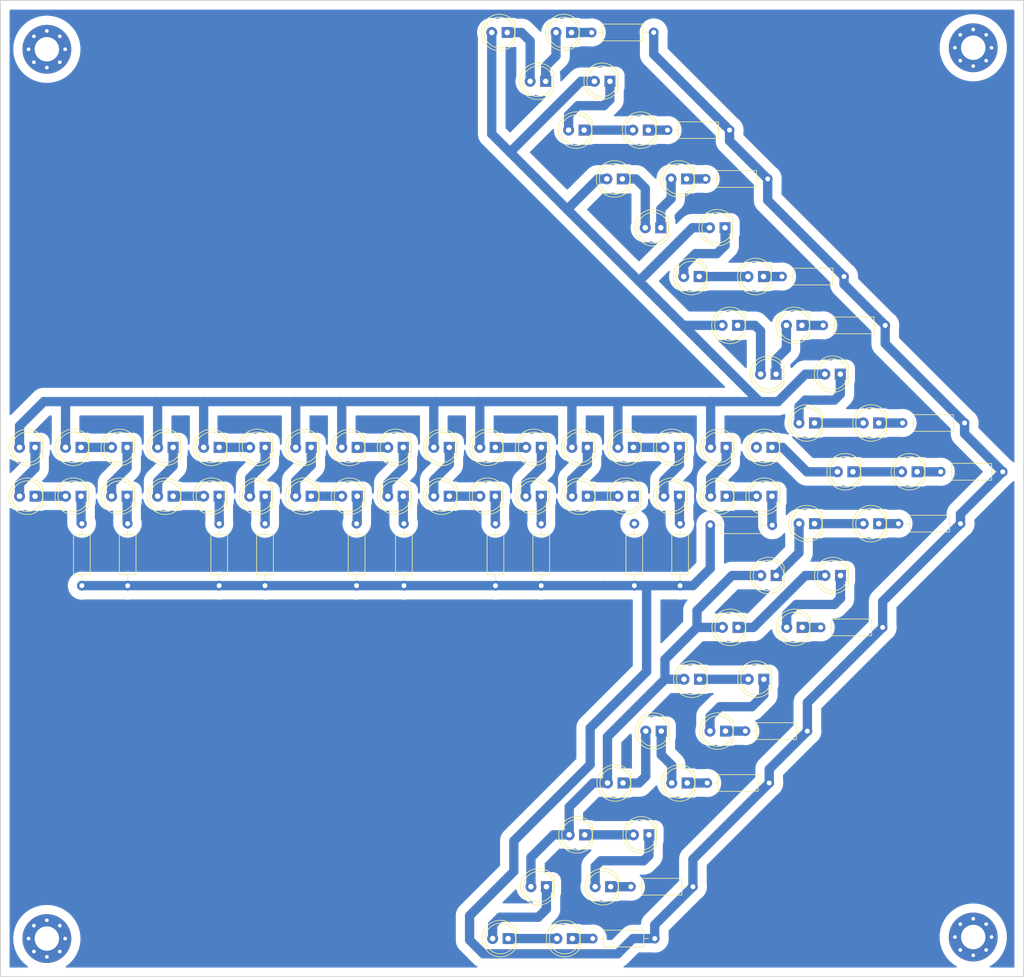
<source format=kicad_pcb>
(kicad_pcb (version 20211014) (generator pcbnew)
  (layers (0 "F.Cu" signal) (31 "B.Cu" signal) (34 "B.Paste" user) (35 "F.Paste" user) (36 "B.SilkS" user "B.Silkscreen") (37 "F.SilkS" user "F.Silkscreen") (38 "B.Mask" user) (39 "F.Mask" user) (44 "Edge.Cuts" user))
  (net 0 "")
  (footprint "LED_THT:LED_D5.0mm" (layer "F.Cu") (at 381.33 117.25 180)
    (fp_text reference "REF**" hide)
    (fp_text value "LED_D5.0mm" hide)
  )
  (footprint "LED_THT:LED_D5.0mm" (layer "F.Cu") (at 434.86 97.25 180)
    (fp_text reference "REF**" hide)
    (fp_text value "LED_D5.0mm" hide)
  )
  (footprint "Resistor_THT:R_Axial_DIN0207_L6.3mm_D2.5mm_P10.16mm_Horizontal" (layer "F.Cu") (at 351.14 131.91 90)
    (fp_text reference "REF**" hide)
    (fp_text value "R_Axial_DIN0207_L6.3mm_D2.5mm_P10.16mm_Horizontal" hide)
  )
  (footprint "LED_THT:LED_D5.0mm" (layer "F.Cu") (at 426.68 109.25 180)
    (fp_text reference "REF**" hide)
    (fp_text value "LED_D5.0mm" hide)
  )
  (footprint "LED_THT:LED_D5.0mm" (layer "F.Cu") (at 396.41 117.25 180)
    (fp_text reference "REF**" hide)
    (fp_text value "LED_D5.0mm" hide)
  )
  (footprint "LED_THT:LED_D5.0mm" (layer "F.Cu") (at 321.01 117.25 180)
    (fp_text reference "REF**" hide)
    (fp_text value "LED_D5.0mm" hide)
  )
  (footprint "LED_THT:LED_D5.0mm" (layer "F.Cu") (at 366.25 117.25 180)
    (fp_text reference "REF**" hide)
    (fp_text value "LED_D5.0mm" hide)
  )
  (footprint "LED_THT:LED_D5.0mm" (layer "F.Cu") (at 403.95 109.25 180)
    (fp_text reference "REF**" hide)
    (fp_text value "LED_D5.0mm" hide)
  )
  (footprint "Resistor_THT:R_Axial_DIN0207_L6.3mm_D2.5mm_P10.16mm_Horizontal" (layer "F.Cu") (at 419.14 131.91 90)
    (fp_text reference "REF**" hide)
    (fp_text value "R_Axial_DIN0207_L6.3mm_D2.5mm_P10.16mm_Horizontal" hide)
  )
  (footprint "LED_THT:LED_D5.0mm" (layer "F.Cu") (at 407.64 49.25 180)
    (fp_text reference "REF**" hide)
    (fp_text value "LED_D5.0mm" hide)
  )
  (footprint "LED_THT:LED_D5.0mm" (layer "F.Cu") (at 373.79 117.25 180)
    (fp_text reference "REF**" hide)
    (fp_text value "LED_D5.0mm" hide)
  )
  (footprint "LED_THT:LED_D5.0mm" (layer "F.Cu") (at 388.87 109.25 180)
    (fp_text reference "REF**" hide)
    (fp_text value "LED_D5.0mm" hide)
  )
  (footprint "LED_THT:LED_D5.0mm" (layer "F.Cu") (at 428.615 138.75 180)
    (fp_text reference "REF**" hide)
    (fp_text value "LED_D5.0mm" hide)
  )
  (footprint "Resistor_THT:R_Axial_DIN0207_L6.3mm_D2.5mm_P10.16mm_Horizontal" (layer "F.Cu") (at 421.235 181.25 180)
    (fp_text reference "REF**" hide)
    (fp_text value "R_Axial_DIN0207_L6.3mm_D2.5mm_P10.16mm_Horizontal" hide)
  )
  (footprint "LED_THT:LED_D5.0mm" (layer "F.Cu") (at 366.25 109.25 180)
    (fp_text reference "REF**" hide)
    (fp_text value "LED_D5.0mm" hide)
  )
  (footprint "Resistor_THT:R_Axial_DIN0207_L6.3mm_D2.5mm_P10.16mm_Horizontal" (layer "F.Cu") (at 452.315 138.75 180)
    (fp_text reference "REF**" hide)
    (fp_text value "R_Axial_DIN0207_L6.3mm_D2.5mm_P10.16mm_Horizontal" hide)
  )
  (footprint "LED_THT:LED_D5.0mm" (layer "F.Cu") (at 422.27 81.25 180)
    (fp_text reference "REF**" hide)
    (fp_text value "LED_D5.0mm" hide)
  )
  (footprint "LED_THT:LED_D5.0mm" (layer "F.Cu") (at 441.155 105.25 180)
    (fp_text reference "REF**" hide)
    (fp_text value "LED_D5.0mm" hide)
  )
  (footprint "LED_THT:LED_D5.0mm" (layer "F.Cu") (at 426.575 155.75 180)
    (fp_text reference "REF**" hide)
    (fp_text value "LED_D5.0mm" hide)
  )
  (footprint "LED_THT:LED_D5.0mm" (layer "F.Cu") (at 409.68 65.25 180)
    (fp_text reference "REF**" hide)
    (fp_text value "LED_D5.0mm" hide)
  )
  (footprint "LED_THT:LED_D5.0mm" (layer "F.Cu") (at 390.97 189.75 180)
    (fp_text reference "REF**" hide)
    (fp_text value "LED_D5.0mm" hide)
  )
  (footprint "LED_THT:LED_D5.0mm" (layer "F.Cu") (at 407.765 181.25 180)
    (fp_text reference "REF**" hide)
    (fp_text value "LED_D5.0mm" hide)
  )
  (footprint "LED_THT:LED_D5.0mm" (layer "F.Cu") (at 432.795 81.25 180)
    (fp_text reference "REF**" hide)
    (fp_text value "LED_D5.0mm" hide)
  )
  (footprint "LED_THT:LED_D5.0mm" (layer "F.Cu") (at 411.49 109.25 180)
    (fp_text reference "REF**" hide)
    (fp_text value "LED_D5.0mm" hide)
  )
  (footprint "LED_THT:LED_D5.0mm" (layer "F.Cu") (at 343.63 109.25 180)
    (fp_text reference "REF**" hide)
    (fp_text value "LED_D5.0mm" hide)
  )
  (footprint "LED_THT:LED_D5.0mm" (layer "F.Cu") (at 420.205 65.25 180)
    (fp_text reference "REF**" hide)
    (fp_text value "LED_D5.0mm" hide)
  )
  (footprint "LED_THT:LED_D5.0mm" (layer "F.Cu") (at 397.24 181.25 180)
    (fp_text reference "REF**" hide)
    (fp_text value "LED_D5.0mm" hide)
  )
  (footprint "LED_THT:LED_D5.0mm" (layer "F.Cu") (at 388.87 117.25 180)
    (fp_text reference "REF**" hide)
    (fp_text value "LED_D5.0mm" hide)
  )
  (footprint "LED_THT:LED_D5.0mm" (layer "F.Cu") (at 432.845 147.25 180)
    (fp_text reference "REF**" hide)
    (fp_text value "LED_D5.0mm" hide)
  )
  (footprint "LED_THT:LED_D5.0mm" (layer "F.Cu") (at 428.565 89.25 180)
    (fp_text reference "REF**" hide)
    (fp_text value "LED_D5.0mm" hide)
  )
  (footprint "LED_THT:LED_D5.0mm" (layer "F.Cu") (at 328.55 117.25 180)
    (fp_text reference "REF**" hide)
    (fp_text value "LED_D5.0mm" hide)
  )
  (footprint "LED_THT:LED_D5.0mm" (layer "F.Cu") (at 439.09 89.25 180)
    (fp_text reference "REF**" hide)
    (fp_text value "LED_D5.0mm" hide)
  )
  (footprint "LED_THT:LED_D5.0mm" (layer "F.Cu") (at 434.18 109.25 180)
    (fp_text reference "REF**" hide)
    (fp_text value "LED_D5.0mm" hide)
  )
  (footprint "LED_THT:LED_D5.0mm" (layer "F.Cu") (at 434.885 130.25 180)
    (fp_text reference "REF**" hide)
    (fp_text value "LED_D5.0mm" hide)
  )
  (footprint "LED_THT:LED_D5.0mm" (layer "F.Cu") (at 451.68 105.25 180)
    (fp_text reference "REF**" hide)
    (fp_text value "LED_D5.0mm" hide)
  )
  (footprint "LED_THT:LED_D5.0mm" (layer "F.Cu") (at 381.33 109.25 180)
    (fp_text reference "REF**" hide)
    (fp_text value "LED_D5.0mm" hide)
  )
  (footprint "LED_THT:LED_D5.0mm" (layer "F.Cu") (at 416.05 155.75 180)
    (fp_text reference "REF**" hide)
    (fp_text value "LED_D5.0mm" hide)
  )
  (footprint "LED_THT:LED_D5.0mm" (layer "F.Cu") (at 397.115 49.25 180)
    (fp_text reference "REF**" hide)
    (fp_text value "LED_D5.0mm" hide)
  )
  (footprint "LED_THT:LED_D5.0mm" (layer "F.Cu") (at 434.18 117.25 180)
    (fp_text reference "REF**" hide)
    (fp_text value "LED_D5.0mm" hide)
  )
  (footprint "LED_THT:LED_D5.0mm" (layer "F.Cu") (at 403.41 57.25 180)
    (fp_text reference "REF**" hide)
    (fp_text value "LED_D5.0mm" hide)
  )
  (footprint "Resistor_THT:R_Axial_DIN0207_L6.3mm_D2.5mm_P10.16mm_Horizontal" (layer "F.Cu") (at 435.825 81.25)
    (fp_text reference "REF**" hide)
    (fp_text value "R_Axial_DIN0207_L6.3mm_D2.5mm_P10.16mm_Horizontal" hide)
  )
  (footprint "MountingHole:MountingHole_4mm_Pad_Via" (layer "F.Cu") (at 467.155 189.5)
    (fp_text reference "REF**" hide)
    (fp_text value "MountingHole_4mm_Pad_Via" hide)
  )
  (footprint "MountingHole:MountingHole_4mm_Pad_Via" (layer "F.Cu") (at 315.405 44)
    (fp_text reference "REF**" hide)
    (fp_text value "MountingHole_4mm_Pad_Via" hide)
  )
  (footprint "Resistor_THT:R_Axial_DIN0207_L6.3mm_D2.5mm_P10.16mm_Horizontal" (layer "F.Cu") (at 321.14 131.91 90)
    (fp_text reference "REF**" hide)
    (fp_text value "R_Axial_DIN0207_L6.3mm_D2.5mm_P10.16mm_Horizontal" hide)
  )
  (footprint "LED_THT:LED_D5.0mm" (layer "F.Cu") (at 415.975 73.25 180)
    (fp_text reference "REF**" hide)
    (fp_text value "LED_D5.0mm" hide)
  )
  (footprint "Resistor_THT:R_Axial_DIN0207_L6.3mm_D2.5mm_P10.16mm_Horizontal" (layer "F.Cu") (at 423.325 65.25)
    (fp_text reference "REF**" hide)
    (fp_text value "R_Axial_DIN0207_L6.3mm_D2.5mm_P10.16mm_Horizontal" hide)
  )
  (footprint "LED_THT:LED_D5.0mm" (layer "F.Cu") (at 426.5 73.25 180)
    (fp_text reference "REF**" hide)
    (fp_text value "LED_D5.0mm" hide)
  )
  (footprint "LED_THT:LED_D5.0mm" (layer "F.Cu") (at 313.47 117.25 180)
    (fp_text reference "REF**" hide)
    (fp_text value "LED_D5.0mm" hide)
  )
  (footprint "MountingHole:MountingHole_4mm_Pad_Via" (layer "F.Cu") (at 467.155 43.75)
    (fp_text reference "REF**" hide)
    (fp_text value "MountingHole_4mm_Pad_Via" hide)
  )
  (footprint "Resistor_THT:R_Axial_DIN0207_L6.3mm_D2.5mm_P10.16mm_Horizontal" (layer "F.Cu") (at 396.39 131.91 90)
    (fp_text reference "REF**" hide)
    (fp_text value "R_Axial_DIN0207_L6.3mm_D2.5mm_P10.16mm_Horizontal" hide)
  )
  (footprint "LED_THT:LED_D5.0mm" (layer "F.Cu") (at 401.345 41.25 180)
    (fp_text reference "REF**" hide)
    (fp_text value "LED_D5.0mm" hide)
  )
  (footprint "LED_THT:LED_D5.0mm" (layer "F.Cu") (at 351.17 109.25 180)
    (fp_text reference "REF**" hide)
    (fp_text value "LED_D5.0mm" hide)
  )
  (footprint "LED_THT:LED_D5.0mm" (layer "F.Cu") (at 413.935 57.25 180)
    (fp_text reference "REF**" hide)
    (fp_text value "LED_D5.0mm" hide)
  )
  (footprint "LED_THT:LED_D5.0mm" (layer "F.Cu") (at 419.03 117.25 180)
    (fp_text reference "REF**" hide)
    (fp_text value "LED_D5.0mm" hide)
  )
  (footprint "Resistor_THT:R_Axial_DIN0207_L6.3mm_D2.5mm_P10.16mm_Horizontal" (layer "F.Cu") (at 328.64 131.91 90)
    (fp_text reference "REF**" hide)
    (fp_text value "R_Axial_DIN0207_L6.3mm_D2.5mm_P10.16mm_Horizontal" hide)
  )
  (footprint "Resistor_THT:R_Axial_DIN0207_L6.3mm_D2.5mm_P10.16mm_Horizontal" (layer "F.Cu") (at 414.985 189.75 180)
    (fp_text reference "REF**" hide)
    (fp_text value "R_Axial_DIN0207_L6.3mm_D2.5mm_P10.16mm_Horizontal" hide)
  )
  (footprint "LED_THT:LED_D5.0mm" (layer "F.Cu") (at 414.035 172.75 180)
    (fp_text reference "REF**" hide)
    (fp_text value "LED_D5.0mm" hide)
  )
  (footprint "Resistor_THT:R_Axial_DIN0207_L6.3mm_D2.5mm_P10.16mm_Horizontal" (layer "F.Cu") (at 465.065 121.75 180)
    (fp_text reference "REF**" hide)
    (fp_text value "R_Axial_DIN0207_L6.3mm_D2.5mm_P10.16mm_Horizontal" hide)
  )
  (footprint "LED_THT:LED_D5.0mm" (layer "F.Cu") (at 351.17 117.25 180)
    (fp_text reference "REF**" hide)
    (fp_text value "LED_D5.0mm" hide)
  )
  (footprint "Resistor_THT:R_Axial_DIN0207_L6.3mm_D2.5mm_P10.16mm_Horizontal" (layer "F.Cu") (at 404.655 41.25)
    (fp_text reference "REF**" hide)
    (fp_text value "R_Axial_DIN0207_L6.3mm_D2.5mm_P10.16mm_Horizontal" hide)
  )
  (footprint "Resistor_THT:R_Axial_DIN0207_L6.3mm_D2.5mm_P10.16mm_Horizontal" (layer "F.Cu") (at 373.89 131.91 90)
    (fp_text reference "REF**" hide)
    (fp_text value "R_Axial_DIN0207_L6.3mm_D2.5mm_P10.16mm_Horizontal" hide)
  )
  (footprint "LED_THT:LED_D5.0mm" (layer "F.Cu") (at 445.385 97.25 180)
    (fp_text reference "REF**" hide)
    (fp_text value "LED_D5.0mm" hide)
  )
  (footprint "LED_THT:LED_D5.0mm" (layer "F.Cu") (at 419.03 109.25 180)
    (fp_text reference "REF**" hide)
    (fp_text value "LED_D5.0mm" hide)
  )
  (footprint "LED_THT:LED_D5.0mm" (layer "F.Cu") (at 426.68 117.25 180)
    (fp_text reference "REF**" hide)
    (fp_text value "LED_D5.0mm" hide)
  )
  (footprint "LED_THT:LED_D5.0mm" (layer "F.Cu") (at 403.51 172.75 180)
    (fp_text reference "REF**" hide)
    (fp_text value "LED_D5.0mm" hide)
  )
  (footprint "LED_THT:LED_D5.0mm" (layer "F.Cu") (at 358.71 109.25 180)
    (fp_text reference "REF**" hide)
    (fp_text value "LED_D5.0mm" hide)
  )
  (footprint "Resistor_THT:R_Axial_DIN0207_L6.3mm_D2.5mm_P10.16mm_Horizontal" (layer "F.Cu") (at 442.575 89.25)
    (fp_text reference "REF**" hide)
    (fp_text value "R_Axial_DIN0207_L6.3mm_D2.5mm_P10.16mm_Horizontal" hide)
  )
  (footprint "LED_THT:LED_D5.0mm" (layer "F.Cu") (at 409.78 164.25 180)
    (fp_text reference "REF**" hide)
    (fp_text value "LED_D5.0mm" hide)
  )
  (footprint "LED_THT:LED_D5.0mm" (layer "F.Cu") (at 411.49 117.25 180)
    (fp_text reference "REF**" hide)
    (fp_text value "LED_D5.0mm" hide)
  )
  (footprint "Resistor_THT:R_Axial_DIN0207_L6.3mm_D2.5mm_P10.16mm_Horizontal" (layer "F.Cu") (at 424.075 122)
    (fp_text reference "REF**" hide)
    (fp_text value "R_Axial_DIN0207_L6.3mm_D2.5mm_P10.16mm_Horizontal" hide)
  )
  (footprint "LED_THT:LED_D5.0mm" (layer "F.Cu") (at 343.63 117.25 180)
    (fp_text reference "REF**" hide)
    (fp_text value "LED_D5.0mm" hide)
  )
  (footprint "LED_THT:LED_D5.0mm" (layer "F.Cu") (at 451.68 121.75 180)
    (fp_text reference "REF**" hide)
    (fp_text value "LED_D5.0mm" hide)
  )
  (footprint "LED_THT:LED_D5.0mm" (layer "F.Cu") (at 403.95 117.25 180)
    (fp_text reference "REF**" hide)
    (fp_text value "LED_D5.0mm" hide)
  )
  (footprint "Resistor_THT:R_Axial_DIN0207_L6.3mm_D2.5mm_P10.16mm_Horizontal" (layer "F.Cu") (at 366.14 131.91 90)
    (fp_text reference "REF**" hide)
    (fp_text value "R_Axial_DIN0207_L6.3mm_D2.5mm_P10.16mm_Horizontal" hide)
  )
  (footprint "LED_THT:LED_D5.0mm" (layer "F.Cu") (at 401.495 189.75 180)
    (fp_text reference "REF**" hide)
    (fp_text value "LED_D5.0mm" hide)
  )
  (footprint "LED_THT:LED_D5.0mm" (layer "F.Cu") (at 390.82 41.25 180)
    (fp_text reference "REF**" hide)
    (fp_text value "LED_D5.0mm" hide)
  )
  (footprint "LED_THT:LED_D5.0mm" (layer "F.Cu") (at 396.41 109.25 180)
    (fp_text reference "REF**" hide)
    (fp_text value "LED_D5.0mm" hide)
  )
  (footprint "Resistor_THT:R_Axial_DIN0207_L6.3mm_D2.5mm_P10.16mm_Horizontal" (layer "F.Cu") (at 417.075 57.25)
    (fp_text reference "REF**" hide)
    (fp_text value "R_Axial_DIN0207_L6.3mm_D2.5mm_P10.16mm_Horizontal" hide)
  )
  (footprint "LED_THT:LED_D5.0mm" (layer "F.Cu") (at 321.01 109.25 180)
    (fp_text reference "REF**" hide)
    (fp_text value "LED_D5.0mm" hide)
  )
  (footprint "Resistor_THT:R_Axial_DIN0207_L6.3mm_D2.5mm_P10.16mm_Horizontal" (layer "F.Cu") (at 439.985 155.75 180)
    (fp_text reference "REF**" hide)
    (fp_text value "R_Axial_DIN0207_L6.3mm_D2.5mm_P10.16mm_Horizontal" hide)
  )
  (footprint "LED_THT:LED_D5.0mm" (layer "F.Cu") (at 422.32 147.25 180)
    (fp_text reference "REF**" hide)
    (fp_text value "LED_D5.0mm" hide)
  )
  (footprint "LED_THT:LED_D5.0mm" (layer "F.Cu") (at 420.305 164.25 180)
    (fp_text reference "REF**" hide)
    (fp_text value "LED_D5.0mm" hide)
  )
  (footprint "LED_THT:LED_D5.0mm" (layer "F.Cu") (at 313.47 109.25 180)
    (fp_text reference "REF**" hide)
    (fp_text value "LED_D5.0mm" hide)
  )
  (footprint "LED_THT:LED_D5.0mm" (layer "F.Cu") (at 447.445 113.25 180)
    (fp_text reference "REF**" hide)
    (fp_text value "LED_D5.0mm" hide)
  )
  (footprint "LED_THT:LED_D5.0mm" (layer "F.Cu") (at 457.97 113.25 180)
    (fp_text reference "REF**" hide)
    (fp_text value "LED_D5.0mm" hide)
  )
  (footprint "LED_THT:LED_D5.0mm" (layer "F.Cu") (at 336.09 117.25 180)
    (fp_text reference "REF**" hide)
    (fp_text value "LED_D5.0mm" hide)
  )
  (footprint "LED_THT:LED_D5.0mm" (layer "F.Cu") (at 439.14 138.75 180)
    (fp_text reference "REF**" hide)
    (fp_text value "LED_D5.0mm" hide)
  )
  (footprint "Resistor_THT:R_Axial_DIN0207_L6.3mm_D2.5mm_P10.16mm_Horizontal" (layer "F.Cu") (at 455.575 105.25)
    (fp_text reference "REF**" hide)
    (fp_text value "R_Axial_DIN0207_L6.3mm_D2.5mm_P10.16mm_Horizontal" hide)
  )
  (footprint "Resistor_THT:R_Axial_DIN0207_L6.3mm_D2.5mm_P10.16mm_Horizontal" (layer "F.Cu") (at 461.825 113.25)
    (fp_text reference "REF**" hide)
    (fp_text value "R_Axial_DIN0207_L6.3mm_D2.5mm_P10.16mm_Horizontal" hide)
  )
  (footprint "MountingHole:MountingHole_4mm_Pad_Via" (layer "F.Cu") (at 315.405 189.75)
    (fp_text reference "REF**" hide)
    (fp_text value "MountingHole_4mm_Pad_Via" hide)
  )
  (footprint "LED_THT:LED_D5.0mm" (layer "F.Cu") (at 445.41 130.25 180)
    (fp_text reference "REF**" hide)
    (fp_text value "LED_D5.0mm" hide)
  )
  (footprint "LED_THT:LED_D5.0mm" (layer "F.Cu") (at 328.55 109.25 180)
    (fp_text reference "REF**" hide)
    (fp_text value "LED_D5.0mm" hide)
  )
  (footprint "Resistor_THT:R_Axial_DIN0207_L6.3mm_D2.5mm_P10.16mm_Horizontal" (layer "F.Cu") (at 433.735 164.25 180)
    (fp_text reference "REF**" hide)
    (fp_text value "R_Axial_DIN0207_L6.3mm_D2.5mm_P10.16mm_Horizontal" hide)
  )
  (footprint "LED_THT:LED_D5.0mm" (layer "F.Cu") (at 373.79 109.25 180)
    (fp_text reference "REF**" hide)
    (fp_text value "LED_D5.0mm" hide)
  )
  (footprint "Resistor_THT:R_Axial_DIN0207_L6.3mm_D2.5mm_P10.16mm_Horizontal" (layer "F.Cu") (at 388.89 131.91 90)
    (fp_text reference "REF**" hide)
    (fp_text value "R_Axial_DIN0207_L6.3mm_D2.5mm_P10.16mm_Horizontal" hide)
  )
  (footprint "LED_THT:LED_D5.0mm" (layer "F.Cu") (at 336.09 109.25 180)
    (fp_text reference "REF**" hide)
    (fp_text value "LED_D5.0mm" hide)
  )
  (footprint "LED_THT:LED_D5.0mm" (layer "F.Cu") (at 358.71 117.25 180)
    (fp_text reference "REF**" hide)
    (fp_text value "LED_D5.0mm" hide)
  )
  (footprint "Resistor_THT:R_Axial_DIN0207_L6.3mm_D2.5mm_P10.16mm_Horizontal" (layer "F.Cu") (at 411.64 131.91 90)
    (fp_text reference "REF**" hide)
    (fp_text value "R_Axial_DIN0207_L6.3mm_D2.5mm_P10.16mm_Horizontal" hide)
  )
  (footprint "Resistor_THT:R_Axial_DIN0207_L6.3mm_D2.5mm_P10.16mm_Horizontal" (layer "F.Cu") (at 343.64 131.91 90)
    (fp_text reference "REF**" hide)
    (fp_text value "R_Axial_DIN0207_L6.3mm_D2.5mm_P10.16mm_Horizontal" hide)
  )
  (footprint "LED_THT:LED_D5.0mm" (layer "F.Cu") (at 441.155 121.75 180)
    (fp_text reference "REF**" hide)
    (fp_text value "LED_D5.0mm" hide)
  )
  (gr_rect (start 475.40478 195.999932) (end 307.80491 36.000006) (layer "Edge.Cuts") (width 0.15) (fill none))
  (segment (start 433.485 65.25) (end 433.485 68.75) (width 1.524) (layer "B.Cu") (net 0))
  (segment (start 413.155 177) (end 406.155 177) (width 1.524) (layer "B.Cu") (net 0))
  (segment (start 438.615 121.75) (end 438.615 126.52) (width 1.524) (layer "B.Cu") (net 0))
  (segment (start 431.155 138.75) (end 428.615 138.75) (width 1.524) (layer "B.Cu") (net 0))
  (segment (start 404.405 161.25) (end 404.405 155.25) (width 1.524) (layer "B.Cu") (net 0))
  (segment (start 391.905 173.75) (end 404.405 161.25) (width 1.524) (layer "B.Cu") (net 0))
  (segment (start 381.33 109.25) (end 381.33 112.06) (width 1.524) (layer "B.Cu") (net 0))
  (segment (start 313.47 117.25) (end 318.47 117.25) (width 1.524) (layer "B.Cu") (net 0))
  (segment (start 407.24 164.25) (end 407.24 156.665) (width 1.524) (layer "B.Cu") (net 0))
  (segment (start 402.405 53.25) (end 400.87 54.785) (width 1.524) (layer "B.Cu") (net 0))
  (segment (start 449.14 105.25) (end 441.155 105.25) (width 1.524) (layer "B.Cu") (net 0))
  (segment (start 401.41 109.25) (end 401.41 101.995) (width 1.524) (layer "B.Cu") (net 0))
  (segment (start 411.495 172.75) (end 403.51 172.75) (width 1.524) (layer "B.Cu") (net 0))
  (segment (start 444.405 101.5) (end 439.655 101.5) (width 1.524) (layer "B.Cu") (net 0))
  (segment (start 405.225 177.93) (end 405.225 181.25) (width 1.524) (layer "B.Cu") (net 0))
  (segment (start 388.43 189.75) (end 388.43 187.475) (width 1.524) (layer "B.Cu") (net 0))
  (segment (start 378.79 102.115) (end 379.155 101.75) (width 1.524) (layer "B.Cu") (net 0))
  (segment (start 427.235 57.25) (end 427.235 59) (width 1.524) (layer "B.Cu") (net 0))
  (segment (start 426.68 109.25) (end 426.68 111.725) (width 1.524) (layer "B.Cu") (net 0))
  (segment (start 438.615 126.52) (end 434.885 130.25) (width 1.524) (layer "B.Cu") (net 0))
  (segment (start 432.32 97.25) (end 432.32 90.165) (width 1.524) (layer "B.Cu") (net 0))
  (segment (start 381.33 112.06) (end 378.79 114.6) (width 1.524) (layer "B.Cu") (net 0))
  (segment (start 416.05 159.645) (end 416.05 155.75) (width 1.524) (layer "B.Cu") (net 0))
  (segment (start 438.155 135) (end 444.405 135) (width 1.524) (layer "B.Cu") (net 0))
  (segment (start 434.18 109.25) (end 435.905 109.25) (width 1.524) (layer "B.Cu") (net 0))
  (segment (start 378.79 114.6) (end 378.79 117.25) (width 1.524) (layer "B.Cu") (net 0))
  (segment (start 413.655 146) (end 413.655 132) (width 1.524) (layer "B.Cu") (net 0))
  (segment (start 314.905 101.75) (end 318.655 101.75) (width 1.524) (layer "B.Cu") (net 0))
  (segment (start 388.87 117.25) (end 388.87 121.73) (width 1.524) (layer "B.Cu") (net 0))
  (segment (start 396.41 112.48) (end 393.87 115.02) (width 1.524) (layer "B.Cu") (net 0))
  (segment (start 326.01 115.13) (end 326.01 117.25) (width 1.524) (layer "B.Cu") (net 0))
  (segment (start 386.155 101.75) (end 401.655 101.75) (width 1.524) (layer "B.Cu") (net 0))
  (segment (start 465.065 121.75) (end 465.065 120.17) (width 1.524) (layer "B.Cu") (net 0))
  (segment (start 417.665 65.25) (end 417.665 68.49) (width 1.524) (layer "B.Cu") (net 0))
  (segment (start 411.49 109.25) (end 416.49 109.25) (width 1.524) (layer "B.Cu") (net 0))
  (segment (start 414.815 44.83) (end 427.235 57.25) (width 1.524) (layer "B.Cu") (net 0))
  (segment (start 419.03 117.25) (end 419.03 121.64) (width 1.524) (layer "B.Cu") (net 0))
  (segment (start 400.97 172.75) (end 400.97 168.185) (width 1.524) (layer "B.Cu") (net 0))
  (segment (start 351.17 117.25) (end 351.17 121.72) (width 1.524) (layer "B.Cu") (net 0))
  (segment (start 328.55 121.66) (end 328.64 121.75) (width 1.524) (layer "B.Cu") (net 0))
  (segment (start 431.405 89.25) (end 428.565 89.25) (width 1.524) (layer "B.Cu") (net 0))
  (segment (start 416.655 147.25) (end 416.655 144) (width 1.524) (layer "B.Cu") (net 0))
  (segment (start 407.14 65.25) (end 405.655 65.25) (width 1.524) (layer "B.Cu") (net 0))
  (segment (start 427.235 59) (end 433.485 65.25) (width 1.524) (layer "B.Cu") (net 0))
  (segment (start 358.71 109.25) (end 358.71 112.18) (width 1.524) (layer "B.Cu") (net 0))
  (segment (start 384.655 186) (end 391.905 178.75) (width 1.524) (layer "B.Cu") (net 0))
  (segment (start 421.235 181.25) (end 421.235 176.75) (width 1.524) (layer "B.Cu") (net 0))
  (segment (start 445.385 100.52) (end 444.405 101.5) (width 1.524) (layer "B.Cu") (net 0))
  (segment (start 432.845 149.81) (end 432.845 147.25) (width 1.524) (layer "B.Cu") (net 0))
  (segment (start 424.14 114.265) (end 424.14 117.25) (width 1.524) (layer "B.Cu") (net 0))
  (segment (start 439.985 155.75) (end 439.985 151.08) (width 1.524) (layer "B.Cu") (net 0))
  (segment (start 439.655 97.25) (end 442.845 97.25) (width 1.524) (layer "B.Cu") (net 0))
  (segment (start 310.93 115.21) (end 310.93 117.25) (width 1.524) (layer "B.Cu") (net 0))
  (segment (start 427.655 130.25) (end 432.345 130.25) (width 1.524) (layer "B.Cu") (net 0))
  (segment (start 401.345 41.25) (end 404.655 41.25) (width 1.524) (layer "B.Cu") (net 0))
  (segment (start 381.33 117.25) (end 386.33 117.25) (width 1.524) (layer "B.Cu") (net 0))
  (segment (start 419.73 81.25) (end 419.73 79.425) (width 1.524) (layer "B.Cu") (net 0))
  (segment (start 371.25 115.14) (end 371.25 117.25) (width 1.524) (layer "B.Cu") (net 0))
  (segment (start 386.33 109.25) (end 386.33 101.925) (width 1.524) (layer "B.Cu") (net 0))
  (segment (start 421.905 138.75) (end 426.075 138.75) (width 1.524) (layer "B.Cu") (net 0))
  (segment (start 452.735 92.25) (end 465.735 105.25) (width 1.524) (layer "B.Cu") (net 0))
  (segment (start 451.68 121.75) (end 454.905 121.75) (width 1.524) (layer "B.Cu") (net 0))
  (segment (start 419.03 121.64) (end 419.14 121.75) (width 1.524) (layer "B.Cu") (net 0))
  (segment (start 343.64 131.91) (end 351.14 131.91) (width 1.524) (layer "B.Cu") (net 0))
  (segment (start 310.93 105.725) (end 314.905 101.75) (width 1.524) (layer "B.Cu") (net 0))
  (segment (start 447.445 113.25) (end 455.43 113.25) (width 1.524) (layer "B.Cu") (net 0))
  (segment (start 408.905 192.25) (end 386.905 192.25) (width 1.524) (layer "B.Cu") (net 0))
  (segment (start 404.905 164.25) (end 407.24 164.25) (width 1.524) (layer "B.Cu") (net 0))
  (segment (start 396.41 121.73) (end 396.39 121.75) (width 1.524) (layer "B.Cu") (net 0))
  (segment (start 413.51 163.145) (end 413.51 155.75) (width 1.524) (layer "B.Cu") (net 0))
  (segment (start 416.49 114.65) (end 416.49 117.25) (width 1.524) (layer "B.Cu") (net 0))
  (segment (start 313.47 109.25) (end 313.47 112.67) (width 1.524) (layer "B.Cu") (net 0))
  (segment (start 341.155 101.75) (end 356.155 101.75) (width 1.524) (layer "B.Cu") (net 0))
  (segment (start 333.55 114.84) (end 333.55 117.25) (width 1.524) (layer "B.Cu") (net 0))
  (segment (start 351.17 111.72) (end 348.63 114.26) (width 1.524) (layer "B.Cu") (net 0))
  (segment (start 425.155 77.5) (end 426.5 76.155) (width 1.524) (layer "B.Cu") (net 0))
  (segment (start 421.905 138.75) (end 421.905 136) (width 1.524) (layer "B.Cu") (net 0))
  (segment (start 445.985 82.5) (end 452.735 89.25) (width 1.524) (layer "B.Cu") (net 0))
  (segment (start 388.87 109.25) (end 393.87 109.25) (width 1.524) (layer "B.Cu") (net 0))
  (segment (start 400.655 70.25) (end 412.405 82) (width 1.524) (layer "B.Cu") (net 0))
  (segment (start 394.7 176.455) (end 398.405 172.75) (width 1.524) (layer "B.Cu") (net 0))
  (segment (start 328.55 117.25) (end 328.55 121.66) (width 1.524) (layer "B.Cu") (net 0))
  (segment (start 356.17 109.25) (end 356.17 101.765) (width 1.524) (layer "B.Cu") (net 0))
  (segment (start 363.405 101.75) (end 379.155 101.75) (width 1.524) (layer "B.Cu") (net 0))
  (segment (start 406.655 53.25) (end 402.405 53.25) (width 1.524) (layer "B.Cu") (net 0))
  (segment (start 333.155 101.75) (end 341.155 101.75) (width 1.524) (layer "B.Cu") (net 0))
  (segment (start 407.765 181.25) (end 411.075 181.25) (width 1.524) (layer "B.Cu") (net 0))
  (segment (start 434.86 94.795) (end 434.86 97.25) (width 1.524) (layer "B.Cu") (net 0))
  (segment (start 373.79 121.65) (end 373.89 121.75) (width 1.524) (layer "B.Cu") (net 0))
  (segment (start 411.64 131.91) (end 419.14 131.91) (width 1.524) (layer "B.Cu") (net 0))
  (segment (start 401.41 101.995) (end 401.655 101.75) (width 1.524) (layer "B.Cu") (net 0))
  (segment (start 341.09 109.25) (end 341.09 101.815) (width 1.524) (layer "B.Cu") (net 0))
  (segment (start 457.97 113.25) (end 461.825 113.25) (width 1.524) (layer "B.Cu") (net 0))
  (segment (start 403.95 117.25) (end 408.95 117.25) (width 1.524) (layer "B.Cu") (net 0))
  (segment (start 402.905 49.25) (end 391.28 60.875) (width 1.524) (layer "B.Cu") (net 0))
  (segment (start 394.575 42.67) (end 393.155 41.25) (width 1.524) (layer "B.Cu") (net 0))
  (segment (start 351.14 131.91) (end 366.14 131.91) (width 1.524) (layer "B.Cu") (net 0))
  (segment (start 388.43 187.475) (end 389.655 186.25) (width 1.524) (layer "B.Cu") (net 0))
  (segment (start 395.905 186.25) (end 397.24 184.915) (width 1.524) (layer "B.Cu") (net 0))
  (segment (start 424.14 101.765) (end 424.155 101.75) (width 1.524) (layer "B.Cu") (net 0))
  (segment (start 452.315 134.5) (end 465.065 121.75) (width 1.524) (layer "B.Cu") (net 0))
  (segment (start 423.325 65.25) (end 420.205 65.25) (width 1.524) (layer "B.Cu") (net 0))
  (segment (start 328.64 131.91) (end 343.64 131.91) (width 1.524) (layer "B.Cu") (net 0))
  (segment (start 425.655 151.75) (end 430.905 151.75) (width 1.524) (layer "B.Cu") (net 0))
  (segment (start 433.485 68.75) (end 445.985 81.25) (width 1.524) (layer "B.Cu") (net 0))
  (segment (start 409.78 164.25) (end 412.405 164.25) (width 1.524) (layer "B.Cu") (net 0))
  (segment (start 415.975 70.18) (end 415.975 73.25) (width 1.524) (layer "B.Cu") (net 0))
  (segment (start 413.935 57.25) (end 417.075 57.25) (width 1.524) (layer "B.Cu") (net 0))
  (segment (start 313.47 112.67) (end 310.93 115.21) (width 1.524) (layer "B.Cu") (net 0))
  (segment (start 373.79 109.25) (end 373.79 112.6) (width 1.524) (layer "B.Cu") (net 0))
  (segment (start 400.87 54.785) (end 400.87 57.25) (width 1.524) (layer "B.Cu") (net 0))
  (segment (start 432.155 101.75) (end 435.155 101.75) (width 1.524) (layer "B.Cu") (net 0))
  (segment (start 444.405 135) (end 445.41 133.995) (width 1.524) (layer "B.Cu") (net 0))
  (segment (start 405.1 49.25) (end 402.905 49.25) (width 1.524) (layer "B.Cu") (net 0))
  (segment (start 333.55 102.145) (end 333.155 101.75) (width 1.524) (layer "B.Cu") (net 0))
  (segment (start 321.14 131.91) (end 328.64 131.91) (width 1.524) (layer "B.Cu") (net 0))
  (segment (start 424.075 122) (end 424.075 129.08) (width 1.524) (layer "B.Cu") (net 0))
  (segment (start 404.825 189.75) (end 401.495 189.75) (width 1.524) (layer "B.Cu") (net 0))
  (segment (start 407.64 49.25) (end 407.64 52.265) (width 1.524) (layer "B.Cu") (net 0))
  (segment (start 419.03 109.25) (end 419.03 112.11) (width 1.524) (layer "B.Cu") (net 0))
  (segment (start 398.805 41.25) (end 398.805 45.1) (width 1.524) (layer "B.Cu") (net 0))
  (segment (start 439.14 138.75) (end 442.155 138.75) (width 1.524) (layer "B.Cu") (net 0))
  (segment (start 436.6 136.555) (end 438.155 135) (width 1.524) (layer "B.Cu") (net 0))
  (segment (start 465.065 120.17) (end 471.985 113.25) (width 1.524) (layer "B.Cu") (net 0))
  (segment (start 396.41 109.25) (end 396.41 112.48) (width 1.524) (layer "B.Cu") (net 0))
  (segment (start 401.41 114.52) (end 401.41 117.25) (width 1.524) (layer "B.Cu") (net 0))
  (segment (start 455.575 105.25) (end 451.68 105.25) (width 1.524) (layer "B.Cu") (net 0))
  (segment (start 401.655 101.75) (end 408.655 101.75) (width 1.524) (layer "B.Cu") (net 0))
  (segment (start 358.71 112.18) (end 356.17 114.72) (width 1.524) (layer "B.Cu") (net 0))
  (segment (start 420.155 89.25) (end 419.905 89.5) (width 1.524) (layer "B.Cu") (net 0))
  (segment (start 343.64 117.26) (end 343.63 117.25) (width 1.524) (layer "B.Cu") (net 0))
  (segment (start 363.71 109.25) (end 363.71 102.055) (width 1.524) (layer "B.Cu") (net 0))
  (segment (start 328.55 109.25) (end 328.55 112.59) (width 1.524) (layer "B.Cu") (net 0))
  (segment (start 356.155 101.75) (end 363.405 101.75) (width 1.524) (layer "B.Cu") (net 0))
  (segment (start 430.905 151.75) (end 432.845 149.81) (width 1.524) (layer "B.Cu") (net 0))
  (segment (start 436.55 93.105) (end 434.86 94.795) (width 1.524) (layer "B.Cu") (net 0))
  (segment (start 406.745 131.91) (end 411.64 131.91) (width 1.524) (layer "B.Cu") (net 0))
  (segment (start 445.385 97.25) (end 445.385 100.52) (width 1.524) (layer "B.Cu") (net 0))
  (segment (start 434.18 117.25) (end 434.18 121.945) (width 1.524) (layer "B.Cu") (net 0))
  (segment (start 397.24 184.915) (end 397.24 181.25) (width 1.524) (layer "B.Cu") (net 0))
  (segment (start 411.405 189.75) (end 408.905 192.25) (width 1.524) (layer "B.Cu") (net 0))
  (segment (start 404.405 155.25) (end 413.655 146) (width 1.524) (layer "B.Cu") (net 0))
  (segment (start 439.985 151.08) (end 452.315 138.75) (width 1.524) (layer "B.Cu") (net 0))
  (segment (start 403.95 111.94) (end 401.39 114.5) (width 1.524) (layer "B.Cu") (net 0))
  (segment (start 341.09 101.815) (end 341.155 101.75) (width 1.524) (layer "B.Cu") (net 0))
  (segment (start 366.25 117.25) (end 366.25 121.64) (width 1.524) (layer "B.Cu") (net 0))
  (segment (start 366.25 121.64) (end 366.14 121.75) (width 1.524) (layer "B.Cu") (net 0))
  (segment (start 412.405 82) (end 419.905 89.5) (width 1.524) (layer "B.Cu") (net 0))
  (segment (start 432.32 90.165) (end 431.405 89.25) (width 1.524) (layer "B.Cu") (net 0))
  (segment (start 389.655 186.25) (end 395.905 186.25) (width 1.524) (layer "B.Cu") (net 0))
  (segment (start 426.5 76.155) (end 426.5 73.25) (width 1.524) (layer "B.Cu") (net 0))
  (segment (start 396.41 117.25) (end 396.41 121.73) (width 1.524) (layer "B.Cu") (net 0))
  (segment (start 403.41 57.25) (end 411.395 57.25) (width 1.524) (layer "B.Cu") (net 0))
  (segment (start 424.155 101.75) (end 432.155 101.75) (width 1.524) (layer "B.Cu") (net 0))
  (segment (start 421.905 136) (end 427.655 130.25) (width 1.524) (layer "B.Cu") (net 0))
  (segment (start 318.47 109.25) (end 318.47 101.935) (width 1.524) (layer "B.Cu") (net 0))
  (segment (start 465.735 105.25) (end 465.735 107) (width 1.524) (layer "B.Cu") (net 0))
  (segment (start 343.64 121.75) (end 343.64 117.26) (width 1.524) (layer "B.Cu") (net 0))
  (segment (start 414.035 176.12) (end 413.155 177) (width 1.524) (layer "B.Cu") (net 0))
  (segment (start 321.01 121.62) (end 321.14 121.75) (width 1.524) (layer "B.Cu") (net 0))
  (segment (start 398.955 189.75) (end 390.97 189.75) (width 1.524) (layer "B.Cu") (net 0))
  (segment (start 373.79 112.6) (end 371.25 115.14) (width 1.524) (layer "B.Cu") (net 0))
  (segment (start 421.155 73.25) (end 412.405 82) (width 1.524) (layer "B.Cu") (net 0))
  (segment (start 414.985 189.75) (end 414.985 187.5) (width 1.524) (layer "B.Cu") (net 0))
  (segment (start 386.33 101.925) (end 386.155 101.75) (width 1.524) (layer "B.Cu") (net 0))
  (segment (start 439.905 113.25) (end 444.905 113.25) (width 1.524) (layer "B.Cu") (net 0))
  (segment (start 445.985 81.25) (end 445.985 82.5) (width 1.524) (layer "B.Cu") (net 0))
  (segment (start 386.905 192.25) (end 384.655 190) (width 1.524) (layer "B.Cu") (net 0))
  (segment (start 423.96 73.25) (end 421.155 73.25) (width 1.524) (layer "B.Cu") (net 0))
  (segment (start 465.735 107) (end 471.985 113.25) (width 1.524) (layer "B.Cu") (net 0))
  (segment (start 366.14 131.91) (end 373.89 131.91) (width 1.524) (layer "B.Cu") (net 0))
  (segment (start 396.39 131.91) (end 406.745 131.91) (width 1.524) (layer "B.Cu") (net 0))
  (segment (start 408.655 101.75) (end 424.155 101.75) (width 1.524) (layer "B.Cu") (net 0))
  (segment (start 398.805 45.1) (end 397.115 46.79) (width 1.524) (layer "B.Cu") (net 0))
  (segment (start 421.245 131.91) (end 419.14 131.91) (width 1.524) (layer "B.Cu") (net 0))
  (segment (start 401.39 114.5) (end 401.41 114.52) (width 1.524) (layer "B.Cu") (net 0))
  (segment (start 426.025 89.25) (end 420.155 89.25) (width 1.524) (layer "B.Cu") (net 0))
  (segment (start 412.405 164.25) (end 413.51 163.145) (width 1.524) (layer "B.Cu") (net 0))
  (segment (start 439.655 101.5) (end 438.615 102.54) (width 1.524) (layer "B.Cu") (net 0))
  (segment (start 413.435 66.78) (end 411.905 65.25) (width 1.524) (layer "B.Cu") (net 0))
  (segment (start 433.735 164.25) (end 433.735 162) (width 1.524) (layer "B.Cu") (net 0))
  (segment (start 419.905 89.5) (end 432.155 101.75) (width 1.524) (layer "B.Cu") (net 0))
  (segment (start 351.17 121.72) (end 351.14 121.75) (width 1.524) (layer "B.Cu") (net 0))
  (segment (start 429.825 155.75) (end 426.575 155.75) (width 1.524) (layer "B.Cu") (net 0))
  (segment (start 321.01 117.25) (end 321.01 121.62) (width 1.524) (layer "B.Cu") (net 0))
  (segment (start 442.87 130.25) (end 439.655 130.25) (width 1.524) (layer "B.Cu") (net 0))
  (segment (start 318.47 101.935) (end 318.655 101.75) (width 1.524) (layer "B.Cu") (net 0))
  (segment (start 452.315 138.75) (end 452.315 134.5) (width 1.524) (layer "B.Cu") (net 0))
  (segment (start 439.655 130.25) (end 431.155 138.75) (width 1.524) (layer "B.Cu") (net 0))
  (segment (start 439.09 89.25) (end 442.575 89.25) (width 1.524) (layer "B.Cu") (net 0))
  (segment (start 426.68 111.725) (end 424.14 114.265) (width 1.524) (layer "B.Cu") (net 0))
  (segment (start 419.03 112.11) (end 416.49 114.65) (width 1.524) (layer "B.Cu") (net 0))
  (segment (start 343.63 109.25) (end 348.63 109.25) (width 1.524) (layer "B.Cu") (net 0))
  (segment (start 434.18 121.945) (end 434.235 122) (width 1.524) (layer "B.Cu") (net 0))
  (segment (start 408.95 102.045) (end 408.655 101.75) (width 1.524) (layer "B.Cu") (net 0))
  (segment (start 417.765 161.36) (end 416.05 159.645) (width 1.524) (layer "B.Cu") (net 0))
  (segment (start 336.09 109.25) (end 336.09 112.3) (width 1.524) (layer "B.Cu") (net 0))
  (segment (start 424.035 153.37) (end 425.655 151.75) (width 1.524) (layer "B.Cu") (net 0))
  (segment (start 424.035 155.75) (end 424.035 153.37) (width 1.524) (layer "B.Cu") (net 0))
  (segment (start 445.41 133.995) (end 445.41 130.25) (width 1.524) (layer "B.Cu") (net 0))
  (segment (start 433.735 162) (end 439.985 155.75) (width 1.524) (layer "B.Cu") (net 0))
  (segment (start 378.79 109.25) (end 378.79 102.115) (width 1.524) (layer "B.Cu") (net 0))
  (segment (start 388.28 57.875) (end 391.28 60.875) (width 1.524) (layer "B.Cu") (net 0))
  (segment (start 417.765 164.25) (end 417.765 161.36) (width 1.524) (layer "B.Cu") (net 0))
  (segment (start 384.655 190) (end 384.655 186) (width 1.524) (layer "B.Cu") (net 0))
  (segment (start 416.655 144) (end 421.905 138.75) (width 1.524) (layer "B.Cu") (net 0))
  (segment (start 407.64 52.265) (end 406.655 53.25) (width 1.524) (layer "B.Cu") (net 0))
  (segment (start 321.01 109.25) (end 326.01 109.25) (width 1.524) (layer "B.Cu") (net 0))
  (segment (start 421.655 77.5) (end 425.155 77.5) (width 1.524) (layer "B.Cu") (net 0))
  (segment (start 336.09 112.3) (end 333.55 114.84) (width 1.524) (layer "B.Cu") (net 0))
  (segment (start 419.73 79.425) (end 421.655 77.5) (width 1.524) (layer "B.Cu") (net 0))
  (segment (start 430.305 147.25) (end 422.32 147.25) (width 1.524) (layer "B.Cu") (net 0))
  (segment (start 336.09 117.25) (end 341.09 117.25) (width 1.524) (layer "B.Cu") (net 0))
  (segment (start 356.17 101.765) (end 356.155 101.75) (width 1.524) (layer "B.Cu") (net 0))
  (segment (start 424.14 109.25) (end 424.14 101.765) (width 1.524) (layer "B.Cu") (net 0))
  (segment (start 405.655 65.25) (end 400.655 70.25) (width 1.524) (layer "B.Cu") (net 0))
  (segment (start 420.305 164.25) (end 423.575 164.25) (width 1.524) (layer "B.Cu") (net 0))
  (segment (start 452.735 89.25) (end 452.735 92.25) (width 1.524) (layer "B.Cu") (net 0))
  (segment (start 351.17 109.25) (end 351.17 111.72) (width 1.524) (layer "B.Cu") (net 0))
  (segment (start 388.28 41.25) (end 388.28 57.875) (width 1.524) (layer "B.Cu") (net 0))
  (segment (start 431.64 117.25) (end 426.68 117.25) (width 1.524) (layer "B.Cu") (net 0))
  (segment (start 436.55 89.25) (end 436.55 93.105) (width 1.524) (layer "B.Cu") (net 0))
  (segment (start 318.655 101.75) (end 333.155 101.75) (width 1.524) (layer "B.Cu") (net 0))
  (segment (start 398.405 172.75) (end 400.97 172.75) (width 1.524) (layer "B.Cu") (net 0))
  (segment (start 416.655 147.25) (end 419.78 147.25) (width 1.524) (layer "B.Cu") (net 0))
  (segment (start 379.155 101.75) (end 386.155 101.75) (width 1.524) (layer "B.Cu") (net 0))
  (segment (start 436.6 138.75) (end 436.6 136.555) (width 1.524) (layer "B.Cu") (net 0))
  (segment (start 391.905 178.75) (end 391.905 173.75) (width 1.524) (layer "B.Cu") (net 0))
  (segment (start 388.89 131.91) (end 396.39 131.91) (width 1.524) (layer "B.Cu") (net 0))
  (segment (start 373.89 131.91) (end 388.89 131.91) (width 1.524) (layer "B.Cu") (net 0))
  (segment (start 438.615 102.54) (end 438.615 105.25) (width 1.524) (layer "B.Cu") (net 0))
  (segment (start 407.24 156.665) (end 416.655 147.25) (width 1.524) (layer "B.Cu") (net 0))
  (segment (start 366.25 109.25) (end 371.25 109.25) (width 1.524) (layer "B.Cu") (net 0))
  (segment (start 310.93 109.25) (end 310.93 105.725) (width 1.524) (layer "B.Cu") (net 0))
  (segment (start 413.435 73.25) (end 413.435 66.78) (width 1.524) (layer "B.Cu") (net 0))
  (segment (start 358.71 117.25) (end 363.71 117.25) (width 1.524) (layer "B.Cu") (net 0))
  (segment (start 373.79 117.25) (end 373.79 121.65) (width 1.524) (layer "B.Cu") (net 0))
  (segment (start 394.575 49.25) (end 394.575 42.67) (width 1.524) (layer "B.Cu") (net 0))
  (segment (start 391.28 60.875) (end 400.655 70.25) (width 1.524) (layer "B.Cu") (net 0))
  (segment (start 393.87 115.02) (end 393.87 117.25) (width 1.524) (layer "B.Cu") (net 0))
  (segment (start 394.7 181.25) (end 394.7 176.455) (width 1.524) (layer "B.Cu") (net 0))
  (segment (start 435.905 109.25) (end 439.905 113.25) (width 1.524) (layer "B.Cu") (net 0))
  (segment (start 430.255 81.25) (end 422.27 81.25) (width 1.524) (layer "B.Cu") (net 0))
  (segment (start 328.55 112.59) (end 326.01 115.13) (width 1.524) (layer "B.Cu") (net 0))
  (segment (start 417.665 68.49) (end 415.975 70.18) (width 1.524) (layer "B.Cu") (net 0))
  (segment (start 348.63 114.26) (end 348.63 117.25) (width 1.524) (layer "B.Cu") (net 0))
  (segment (start 408.95 109.25) (end 408.95 102.045) (width 1.524) (layer "B.Cu") (net 0))
  (segment (start 449.14 121.75) (end 441.155 121.75) (width 1.524) (layer "B.Cu") (net 0))
  (segment (start 435.155 101.75) (end 439.655 97.25) (width 1.524) (layer "B.Cu") (net 0))
  (segment (start 393.155 41.25) (end 390.82 41.25) (width 1.524) (layer "B.Cu") (net 0))
  (segment (start 421.235 176.75) (end 433.735 164.25) (width 1.524) (layer "B.Cu") (net 0))
  (segment (start 411.905 65.25) (end 409.68 65.25) (width 1.524) (layer "B.Cu") (net 0))
  (segment (start 432.795 81.25) (end 435.825 81.25) (width 1.524) (layer "B.Cu") (net 0))
  (segment (start 414.985 189.75) (end 411.405 189.75) (width 1.524) (layer "B.Cu") (net 0))
  (segment (start 397.115 46.79) (end 397.115 49.25) (width 1.524) (layer "B.Cu") (net 0))
  (segment (start 356.17 114.72) (end 356.17 117.25) (width 1.524) (layer "B.Cu") (net 0))
  (segment (start 414.815 41.25) (end 414.815 44.83) (width 1.524) (layer "B.Cu") (net 0))
  (segment (start 414.035 172.75) (end 414.035 176.12) (width 1.524) (layer "B.Cu") (net 0))
  (segment (start 414.985 187.5) (end 421.235 181.25) (width 1.524) (layer "B.Cu") (net 0))
  (segment (start 406.155 177) (end 405.225 177.93) (width 1.524) (layer "B.Cu") (net 0))
  (segment (start 363.71 102.055) (end 363.405 101.75) (width 1.524) (layer "B.Cu") (net 0))
  (segment (start 403.95 109.25) (end 403.95 111.94) (width 1.524) (layer "B.Cu") (net 0))
  (segment (start 424.075 129.08) (end 421.245 131.91) (width 1.524) (layer "B.Cu") (net 0))
  (segment (start 333.55 109.25) (end 333.55 102.145) (width 1.524) (layer "B.Cu") (net 0))
  (segment (start 388.87 121.73) (end 388.89 121.75) (width 1.524) (layer "B.Cu") (net 0))
  (segment (start 400.97 168.185) (end 404.905 164.25) (width 1.524) (layer "B.Cu") (net 0))
  (zone (net 0) (net_name "") (layer "B.Cu") (connect_pads (clearance 1.5)) (min_thickness 0.254) (fill yes (thermal_gap 0.508) (thermal_bridge_width 0.508))
    (polygon (pts (xy 475.4 196) (xy 307.8 196) (xy 307.8 36) (xy 475.4 36)))
  )
)
</source>
